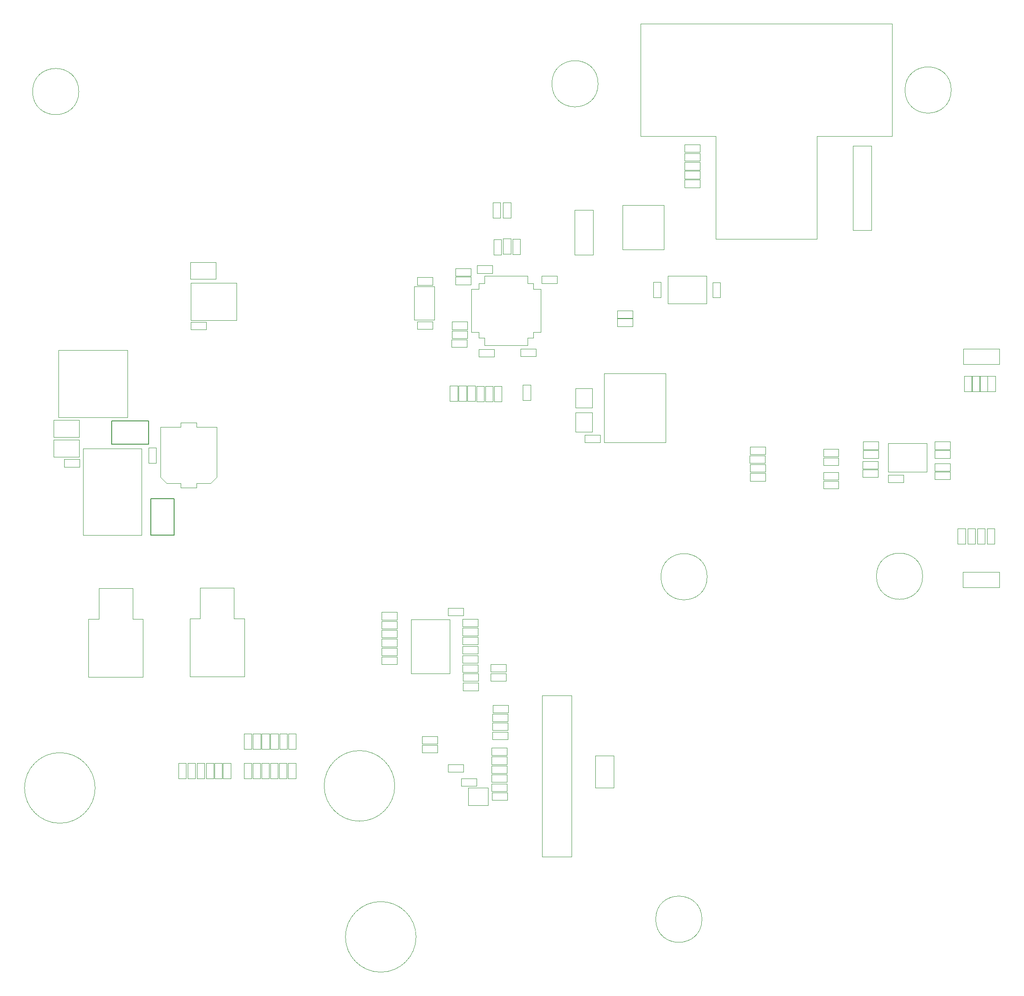
<source format=gbr>
G04 #@! TF.GenerationSoftware,KiCad,Pcbnew,8.0.3*
G04 #@! TF.CreationDate,2024-08-06T18:59:45+01:00*
G04 #@! TF.ProjectId,Tesla Small Drive,5465736c-6120-4536-9d61-6c6c20447269,rev?*
G04 #@! TF.SameCoordinates,Original*
G04 #@! TF.FileFunction,Other,User*
%FSLAX46Y46*%
G04 Gerber Fmt 4.6, Leading zero omitted, Abs format (unit mm)*
G04 Created by KiCad (PCBNEW 8.0.3) date 2024-08-06 18:59:45*
%MOMM*%
%LPD*%
G01*
G04 APERTURE LIST*
%ADD10C,0.050000*%
%ADD11C,0.100000*%
%ADD12C,0.127000*%
G04 APERTURE END LIST*
D10*
G04 #@! TO.C,C50*
X173120000Y-47820000D02*
X176080000Y-47820000D01*
X173120000Y-49280000D02*
X173120000Y-47820000D01*
X176080000Y-47820000D02*
X176080000Y-49280000D01*
X176080000Y-49280000D02*
X173120000Y-49280000D01*
G04 #@! TO.C,U5*
X58282500Y-132460000D02*
X58282500Y-143610000D01*
X58282500Y-143610000D02*
X68837500Y-143610000D01*
X60300000Y-126510000D02*
X60300000Y-132460000D01*
X60300000Y-132460000D02*
X58282500Y-132460000D01*
X66820000Y-126510000D02*
X60300000Y-126510000D01*
X66820000Y-132460000D02*
X66820000Y-126510000D01*
X68837500Y-132460000D02*
X66820000Y-132460000D01*
X68837500Y-143610000D02*
X68837500Y-132460000D01*
G04 #@! TO.C,R55*
X82570000Y-160220000D02*
X84030000Y-160220000D01*
X82570000Y-163180000D02*
X82570000Y-160220000D01*
X84030000Y-160220000D02*
X84030000Y-163180000D01*
X84030000Y-163180000D02*
X82570000Y-163180000D01*
G04 #@! TO.C,C29*
X122600000Y-156750000D02*
X125560000Y-156750000D01*
X122600000Y-158210000D02*
X122600000Y-156750000D01*
X125560000Y-156750000D02*
X125560000Y-158210000D01*
X125560000Y-158210000D02*
X122600000Y-158210000D01*
G04 #@! TO.C,R39*
X226970000Y-85620000D02*
X228430000Y-85620000D01*
X226970000Y-88580000D02*
X226970000Y-85620000D01*
X228430000Y-85620000D02*
X228430000Y-88580000D01*
X228430000Y-88580000D02*
X226970000Y-88580000D01*
G04 #@! TO.C,C16*
X145570000Y-66320000D02*
X148530000Y-66320000D01*
X145570000Y-67780000D02*
X145570000Y-66320000D01*
X148530000Y-66320000D02*
X148530000Y-67780000D01*
X148530000Y-67780000D02*
X145570000Y-67780000D01*
G04 #@! TO.C,R41*
X229970000Y-85620000D02*
X231430000Y-85620000D01*
X229970000Y-88580000D02*
X229970000Y-85620000D01*
X231430000Y-85620000D02*
X231430000Y-88580000D01*
X231430000Y-88580000D02*
X229970000Y-88580000D01*
G04 #@! TO.C,R23*
X136050000Y-165910000D02*
X139010000Y-165910000D01*
X136050000Y-167370000D02*
X136050000Y-165910000D01*
X139010000Y-165910000D02*
X139010000Y-167370000D01*
X139010000Y-167370000D02*
X136050000Y-167370000D01*
G04 #@! TO.C,R44*
X221320000Y-98270000D02*
X224280000Y-98270000D01*
X221320000Y-99730000D02*
X221320000Y-98270000D01*
X224280000Y-98270000D02*
X224280000Y-99730000D01*
X224280000Y-99730000D02*
X221320000Y-99730000D01*
G04 #@! TO.C,R51*
X173120000Y-44420000D02*
X176080000Y-44420000D01*
X173120000Y-45880000D02*
X173120000Y-44420000D01*
X176080000Y-44420000D02*
X176080000Y-45880000D01*
X176080000Y-45880000D02*
X173120000Y-45880000D01*
G04 #@! TO.C,C9*
X121620000Y-66620000D02*
X124580000Y-66620000D01*
X121620000Y-68080000D02*
X121620000Y-66620000D01*
X124580000Y-66620000D02*
X124580000Y-68080000D01*
X124580000Y-68080000D02*
X121620000Y-68080000D01*
G04 #@! TO.C,C42*
X167100000Y-67520000D02*
X168560000Y-67520000D01*
X167100000Y-70480000D02*
X167100000Y-67520000D01*
X168560000Y-67520000D02*
X168560000Y-70480000D01*
X168560000Y-70480000D02*
X167100000Y-70480000D01*
G04 #@! TO.C,C15*
X133520000Y-80470000D02*
X136480000Y-80470000D01*
X133520000Y-81930000D02*
X133520000Y-80470000D01*
X136480000Y-80470000D02*
X136480000Y-81930000D01*
X136480000Y-81930000D02*
X133520000Y-81930000D01*
G04 #@! TO.C,R50*
X225723334Y-115023334D02*
X227183334Y-115023334D01*
X225723334Y-117983334D02*
X225723334Y-115023334D01*
X227183334Y-115023334D02*
X227183334Y-117983334D01*
X227183334Y-117983334D02*
X225723334Y-117983334D01*
G04 #@! TO.C,R56*
X136420000Y-87545000D02*
X137880000Y-87545000D01*
X136420000Y-90505000D02*
X136420000Y-87545000D01*
X137880000Y-87545000D02*
X137880000Y-90505000D01*
X137880000Y-90505000D02*
X136420000Y-90505000D01*
G04 #@! TO.C,C39*
X130370000Y-141220000D02*
X133330000Y-141220000D01*
X130370000Y-142680000D02*
X130370000Y-141220000D01*
X133330000Y-141220000D02*
X133330000Y-142680000D01*
X133330000Y-142680000D02*
X130370000Y-142680000D01*
G04 #@! TO.C,R43*
X221320000Y-104070000D02*
X224280000Y-104070000D01*
X221320000Y-105530000D02*
X221320000Y-104070000D01*
X224280000Y-104070000D02*
X224280000Y-105530000D01*
X224280000Y-105530000D02*
X221320000Y-105530000D01*
G04 #@! TO.C,Q1*
X131430000Y-164950000D02*
X131430000Y-168350000D01*
X131430000Y-168350000D02*
X135270000Y-168350000D01*
X135270000Y-164950000D02*
X131430000Y-164950000D01*
X135270000Y-168350000D02*
X135270000Y-164950000D01*
G04 #@! TO.C,R13*
X88270000Y-160220000D02*
X89730000Y-160220000D01*
X88270000Y-163180000D02*
X88270000Y-160220000D01*
X89730000Y-160220000D02*
X89730000Y-163180000D01*
X89730000Y-163180000D02*
X88270000Y-163180000D01*
G04 #@! TO.C,H1*
X59600000Y-165000000D02*
G75*
G02*
X46000000Y-165000000I-6800000J0D01*
G01*
X46000000Y-165000000D02*
G75*
G02*
X59600000Y-165000000I6800000J0D01*
G01*
G04 #@! TO.C,R22*
X130100000Y-163200000D02*
X133060000Y-163200000D01*
X130100000Y-164660000D02*
X130100000Y-163200000D01*
X133060000Y-163200000D02*
X133060000Y-164660000D01*
X133060000Y-164660000D02*
X130100000Y-164660000D01*
G04 #@! TO.C,C43*
X231470000Y-85620000D02*
X232930000Y-85620000D01*
X231470000Y-88580000D02*
X231470000Y-85620000D01*
X232930000Y-85620000D02*
X232930000Y-88580000D01*
X232930000Y-88580000D02*
X231470000Y-88580000D01*
G04 #@! TO.C,C53*
X173120000Y-42720000D02*
X176080000Y-42720000D01*
X173120000Y-44180000D02*
X173120000Y-42720000D01*
X176080000Y-42720000D02*
X176080000Y-44180000D01*
X176080000Y-44180000D02*
X173120000Y-44180000D01*
G04 #@! TO.C,R37*
X130320000Y-132420000D02*
X133280000Y-132420000D01*
X130320000Y-133880000D02*
X130320000Y-132420000D01*
X133280000Y-132420000D02*
X133280000Y-133880000D01*
X133280000Y-133880000D02*
X130320000Y-133880000D01*
G04 #@! TO.C,C30*
X136100000Y-152450000D02*
X139060000Y-152450000D01*
X136100000Y-153910000D02*
X136100000Y-152450000D01*
X139060000Y-152450000D02*
X139060000Y-153910000D01*
X139060000Y-153910000D02*
X136100000Y-153910000D01*
G04 #@! TO.C,R9*
X93370000Y-160220000D02*
X94830000Y-160220000D01*
X93370000Y-163180000D02*
X93370000Y-160220000D01*
X94830000Y-160220000D02*
X94830000Y-163180000D01*
X94830000Y-163180000D02*
X93370000Y-163180000D01*
G04 #@! TO.C,C28*
X122600000Y-155050000D02*
X125560000Y-155050000D01*
X122600000Y-156510000D02*
X122600000Y-155050000D01*
X125560000Y-155050000D02*
X125560000Y-156510000D01*
X125560000Y-156510000D02*
X122600000Y-156510000D01*
G04 #@! TO.C,C37*
X114755000Y-132850000D02*
X117715000Y-132850000D01*
X114755000Y-134310000D02*
X114755000Y-132850000D01*
X117715000Y-132850000D02*
X117715000Y-134310000D01*
X117715000Y-134310000D02*
X114755000Y-134310000D01*
G04 #@! TO.C,H3*
X121400000Y-193700000D02*
G75*
G02*
X107800000Y-193700000I-6800000J0D01*
G01*
X107800000Y-193700000D02*
G75*
G02*
X121400000Y-193700000I6800000J0D01*
G01*
G04 #@! TO.C,R35*
X130370000Y-139470000D02*
X133330000Y-139470000D01*
X130370000Y-140930000D02*
X130370000Y-139470000D01*
X133330000Y-139470000D02*
X133330000Y-140930000D01*
X133330000Y-140930000D02*
X130370000Y-140930000D01*
G04 #@! TO.C,IC3*
X157572500Y-85150000D02*
X157572500Y-98450000D01*
X157572500Y-98450000D02*
X169502500Y-98450000D01*
X169502500Y-85150000D02*
X157572500Y-85150000D01*
X169502500Y-98450000D02*
X169502500Y-85150000D01*
G04 #@! TO.C,U1*
X57260000Y-99640000D02*
X57260000Y-116290000D01*
X57260000Y-116290000D02*
X68560000Y-116290000D01*
X68560000Y-99640000D02*
X57260000Y-99640000D01*
X68560000Y-116290000D02*
X68560000Y-99640000D01*
G04 #@! TO.C,H8*
X218950000Y-124200000D02*
G75*
G02*
X210050000Y-124200000I-4450000J0D01*
G01*
X210050000Y-124200000D02*
G75*
G02*
X218950000Y-124200000I4450000J0D01*
G01*
G04 #@! TO.C,J3*
X145705000Y-147225000D02*
X151320000Y-147225000D01*
X145705000Y-178240000D02*
X145705000Y-147225000D01*
X151320000Y-147225000D02*
X151320000Y-178240000D01*
X151320000Y-178240000D02*
X145705000Y-178240000D01*
G04 #@! TO.C,IC5*
X212275000Y-98550000D02*
X219725000Y-98550000D01*
X212275000Y-104050000D02*
X212275000Y-98550000D01*
X219725000Y-98550000D02*
X219725000Y-104050000D01*
X219725000Y-104050000D02*
X212275000Y-104050000D01*
G04 #@! TO.C,C10*
X121620000Y-75120000D02*
X124580000Y-75120000D01*
X121620000Y-76580000D02*
X121620000Y-75120000D01*
X124580000Y-75120000D02*
X124580000Y-76580000D01*
X124580000Y-76580000D02*
X121620000Y-76580000D01*
G04 #@! TO.C,R16*
X135795000Y-141170000D02*
X138755000Y-141170000D01*
X135795000Y-142630000D02*
X135795000Y-141170000D01*
X138755000Y-141170000D02*
X138755000Y-142630000D01*
X138755000Y-142630000D02*
X135795000Y-142630000D01*
G04 #@! TO.C,R7*
X139970000Y-59220000D02*
X141430000Y-59220000D01*
X139970000Y-62180000D02*
X139970000Y-59220000D01*
X141430000Y-59220000D02*
X141430000Y-62180000D01*
X141430000Y-62180000D02*
X139970000Y-62180000D01*
G04 #@! TO.C,H2*
X117300000Y-164600000D02*
G75*
G02*
X103700000Y-164600000I-6800000J0D01*
G01*
X103700000Y-164600000D02*
G75*
G02*
X117300000Y-164600000I6800000J0D01*
G01*
D11*
G04 #@! TO.C,IC9*
X226710000Y-123412500D02*
X233690000Y-123412500D01*
X226710000Y-126387500D02*
X226710000Y-123412500D01*
X233690000Y-123412500D02*
X233690000Y-126387500D01*
X233690000Y-126387500D02*
X226710000Y-126387500D01*
D10*
G04 #@! TO.C,R8*
X136170000Y-52220000D02*
X137630000Y-52220000D01*
X136170000Y-55180000D02*
X136170000Y-52220000D01*
X137630000Y-52220000D02*
X137630000Y-55180000D01*
X137630000Y-55180000D02*
X136170000Y-55180000D01*
G04 #@! TO.C,C22*
X129620000Y-87520000D02*
X131080000Y-87520000D01*
X129620000Y-90480000D02*
X129620000Y-87520000D01*
X131080000Y-87520000D02*
X131080000Y-90480000D01*
X131080000Y-90480000D02*
X129620000Y-90480000D01*
G04 #@! TO.C,C49*
X231373334Y-114990000D02*
X232833334Y-114990000D01*
X231373334Y-117950000D02*
X231373334Y-114990000D01*
X232833334Y-114990000D02*
X232833334Y-117950000D01*
X232833334Y-117950000D02*
X231373334Y-117950000D01*
G04 #@! TO.C,R57*
X133020000Y-87545000D02*
X134480000Y-87545000D01*
X133020000Y-90505000D02*
X133020000Y-87545000D01*
X134480000Y-87545000D02*
X134480000Y-90505000D01*
X134480000Y-90505000D02*
X133020000Y-90505000D01*
G04 #@! TO.C,C3*
X51620000Y-94120000D02*
X56520000Y-94120000D01*
X51620000Y-97420000D02*
X51620000Y-94120000D01*
X56520000Y-94120000D02*
X56520000Y-97420000D01*
X56520000Y-97420000D02*
X51620000Y-97420000D01*
G04 #@! TO.C,R32*
X114805000Y-139725000D02*
X117765000Y-139725000D01*
X114805000Y-141185000D02*
X114805000Y-139725000D01*
X117765000Y-139725000D02*
X117765000Y-141185000D01*
X117765000Y-141185000D02*
X114805000Y-141185000D01*
G04 #@! TO.C,H4*
X56450000Y-30800000D02*
G75*
G02*
X47550000Y-30800000I-4450000J0D01*
G01*
X47550000Y-30800000D02*
G75*
G02*
X56450000Y-30800000I4450000J0D01*
G01*
G04 #@! TO.C,R12*
X77435000Y-160215000D02*
X78895000Y-160215000D01*
X77435000Y-163175000D02*
X77435000Y-160215000D01*
X78895000Y-160215000D02*
X78895000Y-163175000D01*
X78895000Y-163175000D02*
X77435000Y-163175000D01*
G04 #@! TO.C,IC10*
X169895000Y-66297500D02*
X169895000Y-71702500D01*
X169895000Y-66297500D02*
X177305000Y-66297500D01*
X169895000Y-71702500D02*
X177305000Y-71702500D01*
X177305000Y-66297500D02*
X177305000Y-71702500D01*
G04 #@! TO.C,C24*
X91690000Y-154515000D02*
X93150000Y-154515000D01*
X91690000Y-157475000D02*
X91690000Y-154515000D01*
X93150000Y-154515000D02*
X93150000Y-157475000D01*
X93150000Y-157475000D02*
X91690000Y-157475000D01*
G04 #@! TO.C,R49*
X227606667Y-114990000D02*
X229066667Y-114990000D01*
X227606667Y-117950000D02*
X227606667Y-114990000D01*
X229066667Y-114990000D02*
X229066667Y-117950000D01*
X229066667Y-117950000D02*
X227606667Y-117950000D01*
G04 #@! TO.C,C4*
X69860000Y-99400000D02*
X71320000Y-99400000D01*
X69860000Y-102360000D02*
X69860000Y-99400000D01*
X71320000Y-99400000D02*
X71320000Y-102360000D01*
X71320000Y-102360000D02*
X69860000Y-102360000D01*
G04 #@! TO.C,R18*
X131320000Y-87520000D02*
X132780000Y-87520000D01*
X131320000Y-90480000D02*
X131320000Y-87520000D01*
X132780000Y-87520000D02*
X132780000Y-90480000D01*
X132780000Y-90480000D02*
X131320000Y-90480000D01*
G04 #@! TO.C,L1*
X52500000Y-80600000D02*
X52500000Y-93600000D01*
X52500000Y-93600000D02*
X65800000Y-93600000D01*
X65800000Y-80600000D02*
X52500000Y-80600000D01*
X65800000Y-93600000D02*
X65800000Y-80600000D01*
G04 #@! TO.C,C40*
X130320000Y-137670000D02*
X133280000Y-137670000D01*
X130320000Y-139130000D02*
X130320000Y-137670000D01*
X133280000Y-137670000D02*
X133280000Y-139130000D01*
X133280000Y-139130000D02*
X130320000Y-139130000D01*
G04 #@! TO.C,C17*
X141520000Y-80370000D02*
X144480000Y-80370000D01*
X141520000Y-81830000D02*
X141520000Y-80370000D01*
X144480000Y-80370000D02*
X144480000Y-81830000D01*
X144480000Y-81830000D02*
X141520000Y-81830000D01*
G04 #@! TO.C,R17*
X96770000Y-160220000D02*
X98230000Y-160220000D01*
X96770000Y-163180000D02*
X96770000Y-160220000D01*
X98230000Y-160220000D02*
X98230000Y-163180000D01*
X98230000Y-163180000D02*
X96770000Y-163180000D01*
G04 #@! TO.C,J1*
X151900000Y-53630000D02*
X151900000Y-62280000D01*
X151900000Y-62280000D02*
X155500000Y-62280000D01*
X155500000Y-53630000D02*
X151900000Y-53630000D01*
X155500000Y-62280000D02*
X155500000Y-53630000D01*
G04 #@! TO.C,C8*
X128970000Y-64870000D02*
X131930000Y-64870000D01*
X128970000Y-66330000D02*
X128970000Y-64870000D01*
X131930000Y-64870000D02*
X131930000Y-66330000D01*
X131930000Y-66330000D02*
X128970000Y-66330000D01*
G04 #@! TO.C,R19*
X89970000Y-160220000D02*
X91430000Y-160220000D01*
X89970000Y-163180000D02*
X89970000Y-160220000D01*
X91430000Y-160220000D02*
X91430000Y-163180000D01*
X91430000Y-163180000D02*
X89970000Y-163180000D01*
G04 #@! TO.C,IC4*
X120440000Y-132555000D02*
X120440000Y-142955000D01*
X120440000Y-132555000D02*
X127860000Y-132555000D01*
X120440000Y-142955000D02*
X127860000Y-142955000D01*
X127860000Y-132555000D02*
X127860000Y-142955000D01*
G04 #@! TO.C,R31*
X136130000Y-150710000D02*
X139090000Y-150710000D01*
X136130000Y-152170000D02*
X136130000Y-150710000D01*
X139090000Y-150710000D02*
X139090000Y-152170000D01*
X139090000Y-152170000D02*
X136130000Y-152170000D01*
G04 #@! TO.C,R15*
X130420000Y-144770000D02*
X133380000Y-144770000D01*
X130420000Y-146230000D02*
X130420000Y-144770000D01*
X133380000Y-144770000D02*
X133380000Y-146230000D01*
X133380000Y-146230000D02*
X130420000Y-146230000D01*
G04 #@! TO.C,R20*
X95063750Y-160226250D02*
X96523750Y-160226250D01*
X95063750Y-163186250D02*
X95063750Y-160226250D01*
X96523750Y-160226250D02*
X96523750Y-163186250D01*
X96523750Y-163186250D02*
X95063750Y-163186250D01*
G04 #@! TO.C,R24*
X185720000Y-104370000D02*
X188680000Y-104370000D01*
X185720000Y-105830000D02*
X185720000Y-104370000D01*
X188680000Y-104370000D02*
X188680000Y-105830000D01*
X188680000Y-105830000D02*
X185720000Y-105830000D01*
G04 #@! TO.C,C12*
X128970000Y-66520000D02*
X131930000Y-66520000D01*
X128970000Y-67980000D02*
X128970000Y-66520000D01*
X131930000Y-66520000D02*
X131930000Y-67980000D01*
X131930000Y-67980000D02*
X128970000Y-67980000D01*
G04 #@! TO.C,C19*
X88290000Y-154540000D02*
X89750000Y-154540000D01*
X88290000Y-157500000D02*
X88290000Y-154540000D01*
X89750000Y-154540000D02*
X89750000Y-157500000D01*
X89750000Y-157500000D02*
X88290000Y-157500000D01*
G04 #@! TO.C,R28*
X135970000Y-157230000D02*
X138930000Y-157230000D01*
X135970000Y-158690000D02*
X135970000Y-157230000D01*
X138930000Y-157230000D02*
X138930000Y-158690000D01*
X138930000Y-158690000D02*
X135970000Y-158690000D01*
G04 #@! TO.C,C26*
X199820000Y-99670000D02*
X202780000Y-99670000D01*
X199820000Y-101130000D02*
X199820000Y-99670000D01*
X202780000Y-99670000D02*
X202780000Y-101130000D01*
X202780000Y-101130000D02*
X199820000Y-101130000D01*
G04 #@! TO.C,C20*
X130420000Y-142970000D02*
X133380000Y-142970000D01*
X130420000Y-144430000D02*
X130420000Y-142970000D01*
X133380000Y-142970000D02*
X133380000Y-144430000D01*
X133380000Y-144430000D02*
X130420000Y-144430000D01*
G04 #@! TO.C,J8*
X161150000Y-52715000D02*
X169150000Y-52715000D01*
X161150000Y-61215000D02*
X161150000Y-52715000D01*
X169150000Y-52715000D02*
X169150000Y-61215000D01*
X169150000Y-61215000D02*
X161150000Y-61215000D01*
G04 #@! TO.C,C18*
X79185000Y-160240000D02*
X80645000Y-160240000D01*
X79185000Y-163200000D02*
X79185000Y-160240000D01*
X80645000Y-160240000D02*
X80645000Y-163200000D01*
X80645000Y-163200000D02*
X79185000Y-163200000D01*
G04 #@! TO.C,R38*
X178525000Y-67555000D02*
X179985000Y-67555000D01*
X178525000Y-70515000D02*
X178525000Y-67555000D01*
X179985000Y-67555000D02*
X179985000Y-70515000D01*
X179985000Y-70515000D02*
X178525000Y-70515000D01*
G04 #@! TO.C,Y1*
X121000000Y-68325000D02*
X124900000Y-68325000D01*
X121000000Y-74775000D02*
X121000000Y-68325000D01*
X124900000Y-68325000D02*
X124900000Y-74775000D01*
X124900000Y-74775000D02*
X121000000Y-74775000D01*
G04 #@! TO.C,R30*
X135920000Y-160690000D02*
X138880000Y-160690000D01*
X135920000Y-162150000D02*
X135920000Y-160690000D01*
X138880000Y-160690000D02*
X138880000Y-162150000D01*
X138880000Y-162150000D02*
X135920000Y-162150000D01*
G04 #@! TO.C,R2*
X128220000Y-78570000D02*
X131180000Y-78570000D01*
X128220000Y-80030000D02*
X128220000Y-78570000D01*
X131180000Y-78570000D02*
X131180000Y-80030000D01*
X131180000Y-80030000D02*
X128220000Y-80030000D01*
G04 #@! TO.C,C31*
X135930000Y-158990000D02*
X138890000Y-158990000D01*
X135930000Y-160450000D02*
X135930000Y-158990000D01*
X138890000Y-158990000D02*
X138890000Y-160450000D01*
X138890000Y-160450000D02*
X135930000Y-160450000D01*
G04 #@! TO.C,R4*
X141970000Y-87320000D02*
X143430000Y-87320000D01*
X141970000Y-90280000D02*
X141970000Y-87320000D01*
X143430000Y-87320000D02*
X143430000Y-90280000D01*
X143430000Y-90280000D02*
X141970000Y-90280000D01*
G04 #@! TO.C,J9*
X155900000Y-158825000D02*
X155900000Y-164975000D01*
X155900000Y-164975000D02*
X159500000Y-164975000D01*
X159500000Y-158825000D02*
X155900000Y-158825000D01*
X159500000Y-164975000D02*
X159500000Y-158825000D01*
G04 #@! TO.C,R52*
X135930000Y-162410000D02*
X138890000Y-162410000D01*
X135930000Y-163870000D02*
X135930000Y-162410000D01*
X138890000Y-162410000D02*
X138890000Y-163870000D01*
X138890000Y-163870000D02*
X135930000Y-163870000D01*
G04 #@! TO.C,C27*
X185670000Y-100970000D02*
X188630000Y-100970000D01*
X185670000Y-102430000D02*
X185670000Y-100970000D01*
X188630000Y-100970000D02*
X188630000Y-102430000D01*
X188630000Y-102430000D02*
X185670000Y-102430000D01*
D12*
G04 #@! TO.C,D2*
X62793250Y-94250000D02*
X69893250Y-94250000D01*
X62793250Y-98750000D02*
X62793250Y-94250000D01*
X69893250Y-94250000D02*
X69893250Y-98750000D01*
X69893250Y-98750000D02*
X62793250Y-98750000D01*
D10*
G04 #@! TO.C,U4*
X164600000Y-17750000D02*
X164600000Y-39440000D01*
X164600000Y-17750000D02*
X213100000Y-17750000D01*
X164600000Y-39440000D02*
X179100000Y-39440000D01*
X179100000Y-59240000D02*
X179100000Y-39440000D01*
X179100000Y-59240000D02*
X198600000Y-59240000D01*
X198600000Y-39440000D02*
X198600000Y-59240000D01*
X198600000Y-39440000D02*
X213100000Y-39440000D01*
X213100000Y-17750000D02*
X213100000Y-39440000D01*
G04 #@! TO.C,R5*
X160120000Y-74570000D02*
X163080000Y-74570000D01*
X160120000Y-76030000D02*
X160120000Y-74570000D01*
X163080000Y-74570000D02*
X163080000Y-76030000D01*
X163080000Y-76030000D02*
X160120000Y-76030000D01*
G04 #@! TO.C,U6*
X77822500Y-132370000D02*
X77822500Y-143520000D01*
X77822500Y-143520000D02*
X88377500Y-143520000D01*
X79840000Y-126420000D02*
X79840000Y-132370000D01*
X79840000Y-132370000D02*
X77822500Y-132370000D01*
X86360000Y-126420000D02*
X79840000Y-126420000D01*
X86360000Y-132370000D02*
X86360000Y-126420000D01*
X88377500Y-132370000D02*
X86360000Y-132370000D01*
X88377500Y-143520000D02*
X88377500Y-132370000D01*
G04 #@! TO.C,D4*
X138170000Y-52220000D02*
X139630000Y-52220000D01*
X138170000Y-55180000D02*
X138170000Y-52220000D01*
X139630000Y-52220000D02*
X139630000Y-55180000D01*
X139630000Y-55180000D02*
X138170000Y-55180000D01*
D11*
G04 #@! TO.C,IC8*
X226745000Y-80375000D02*
X233725000Y-80375000D01*
X226745000Y-83350000D02*
X226745000Y-80375000D01*
X233725000Y-80375000D02*
X233725000Y-83350000D01*
X233725000Y-83350000D02*
X226745000Y-83350000D01*
D10*
G04 #@! TO.C,R36*
X130320000Y-135920000D02*
X133280000Y-135920000D01*
X130320000Y-137380000D02*
X130320000Y-135920000D01*
X133280000Y-135920000D02*
X133280000Y-137380000D01*
X133280000Y-137380000D02*
X130320000Y-137380000D01*
G04 #@! TO.C,R25*
X199820000Y-101370000D02*
X202780000Y-101370000D01*
X199820000Y-102830000D02*
X199820000Y-101370000D01*
X202780000Y-101370000D02*
X202780000Y-102830000D01*
X202780000Y-102830000D02*
X199820000Y-102830000D01*
G04 #@! TO.C,H9*
X177450000Y-124300000D02*
G75*
G02*
X168550000Y-124300000I-4450000J0D01*
G01*
X168550000Y-124300000D02*
G75*
G02*
X177450000Y-124300000I4450000J0D01*
G01*
G04 #@! TO.C,R33*
X114780000Y-134575000D02*
X117740000Y-134575000D01*
X114780000Y-136035000D02*
X114780000Y-134575000D01*
X117740000Y-134575000D02*
X117740000Y-136035000D01*
X117740000Y-136035000D02*
X114780000Y-136035000D01*
G04 #@! TO.C,C48*
X207420000Y-103670000D02*
X210380000Y-103670000D01*
X207420000Y-105130000D02*
X207420000Y-103670000D01*
X210380000Y-103670000D02*
X210380000Y-105130000D01*
X210380000Y-105130000D02*
X207420000Y-105130000D01*
G04 #@! TO.C,C7*
X78020000Y-75220000D02*
X80980000Y-75220000D01*
X78020000Y-76680000D02*
X78020000Y-75220000D01*
X80980000Y-75220000D02*
X80980000Y-76680000D01*
X80980000Y-76680000D02*
X78020000Y-76680000D01*
G04 #@! TO.C,C52*
X134720000Y-87545000D02*
X136180000Y-87545000D01*
X134720000Y-90505000D02*
X134720000Y-87545000D01*
X136180000Y-87545000D02*
X136180000Y-90505000D01*
X136180000Y-90505000D02*
X134720000Y-90505000D01*
G04 #@! TO.C,H5*
X156450000Y-29300000D02*
G75*
G02*
X147550000Y-29300000I-4450000J0D01*
G01*
X147550000Y-29300000D02*
G75*
G02*
X156450000Y-29300000I4450000J0D01*
G01*
G04 #@! TO.C,C51*
X84245000Y-160220000D02*
X85705000Y-160220000D01*
X84245000Y-163180000D02*
X84245000Y-160220000D01*
X85705000Y-160220000D02*
X85705000Y-163180000D01*
X85705000Y-163180000D02*
X84245000Y-163180000D01*
G04 #@! TO.C,U2*
X78000000Y-67700000D02*
X78000000Y-74900000D01*
X78000000Y-74900000D02*
X86800000Y-74900000D01*
X86800000Y-67700000D02*
X78000000Y-67700000D01*
X86800000Y-74900000D02*
X86800000Y-67700000D01*
G04 #@! TO.C,C36*
X114805000Y-136300000D02*
X117765000Y-136300000D01*
X114805000Y-137760000D02*
X114805000Y-136300000D01*
X117765000Y-136300000D02*
X117765000Y-137760000D01*
X117765000Y-137760000D02*
X114805000Y-137760000D01*
G04 #@! TO.C,R42*
X221320000Y-99970000D02*
X224280000Y-99970000D01*
X221320000Y-101430000D02*
X221320000Y-99970000D01*
X224280000Y-99970000D02*
X224280000Y-101430000D01*
X224280000Y-101430000D02*
X221320000Y-101430000D01*
G04 #@! TO.C,R11*
X75635000Y-160215000D02*
X77095000Y-160215000D01*
X75635000Y-163175000D02*
X75635000Y-160215000D01*
X77095000Y-160215000D02*
X77095000Y-163175000D01*
X77095000Y-163175000D02*
X75635000Y-163175000D01*
G04 #@! TO.C,R53*
X152090000Y-92685000D02*
X152090000Y-96415000D01*
X152090000Y-96415000D02*
X155310000Y-96415000D01*
X155310000Y-92685000D02*
X152090000Y-92685000D01*
X155310000Y-96415000D02*
X155310000Y-92685000D01*
G04 #@! TO.C,C11*
X93390000Y-154540000D02*
X94850000Y-154540000D01*
X93390000Y-157500000D02*
X93390000Y-154540000D01*
X94850000Y-154540000D02*
X94850000Y-157500000D01*
X94850000Y-157500000D02*
X93390000Y-157500000D01*
G04 #@! TO.C,C23*
X96790000Y-154540000D02*
X98250000Y-154540000D01*
X96790000Y-157500000D02*
X96790000Y-154540000D01*
X98250000Y-154540000D02*
X98250000Y-157500000D01*
X98250000Y-157500000D02*
X96790000Y-157500000D01*
G04 #@! TO.C,R3*
X127920000Y-87520000D02*
X129380000Y-87520000D01*
X127920000Y-90480000D02*
X127920000Y-87520000D01*
X129380000Y-87520000D02*
X129380000Y-90480000D01*
X129380000Y-90480000D02*
X127920000Y-90480000D01*
G04 #@! TO.C,C14*
X133120000Y-64320000D02*
X136080000Y-64320000D01*
X133120000Y-65780000D02*
X133120000Y-64320000D01*
X136080000Y-64320000D02*
X136080000Y-65780000D01*
X136080000Y-65780000D02*
X133120000Y-65780000D01*
G04 #@! TO.C,R48*
X229490000Y-114990000D02*
X230950000Y-114990000D01*
X229490000Y-117950000D02*
X229490000Y-114990000D01*
X230950000Y-114990000D02*
X230950000Y-117950000D01*
X230950000Y-117950000D02*
X229490000Y-117950000D01*
G04 #@! TO.C,R10*
X95090000Y-154540000D02*
X96550000Y-154540000D01*
X95090000Y-157500000D02*
X95090000Y-154540000D01*
X96550000Y-154540000D02*
X96550000Y-157500000D01*
X96550000Y-157500000D02*
X95090000Y-157500000D01*
G04 #@! TO.C,H6*
X176450000Y-190300000D02*
G75*
G02*
X167550000Y-190300000I-4450000J0D01*
G01*
X167550000Y-190300000D02*
G75*
G02*
X176450000Y-190300000I4450000J0D01*
G01*
G04 #@! TO.C,R21*
X91670000Y-160220000D02*
X93130000Y-160220000D01*
X91670000Y-163180000D02*
X91670000Y-160220000D01*
X93130000Y-160220000D02*
X93130000Y-163180000D01*
X93130000Y-163180000D02*
X91670000Y-163180000D01*
G04 #@! TO.C,R54*
X80970000Y-160220000D02*
X82430000Y-160220000D01*
X80970000Y-163180000D02*
X80970000Y-160220000D01*
X82430000Y-160220000D02*
X82430000Y-163180000D01*
X82430000Y-163180000D02*
X80970000Y-163180000D01*
G04 #@! TO.C,R34*
X114780000Y-131125000D02*
X117740000Y-131125000D01*
X114780000Y-132585000D02*
X114780000Y-131125000D01*
X117740000Y-131125000D02*
X117740000Y-132585000D01*
X117740000Y-132585000D02*
X114780000Y-132585000D01*
G04 #@! TO.C,C5*
X53620000Y-101670000D02*
X56580000Y-101670000D01*
X53620000Y-103130000D02*
X53620000Y-101670000D01*
X56580000Y-101670000D02*
X56580000Y-103130000D01*
X56580000Y-103130000D02*
X53620000Y-103130000D01*
G04 #@! TO.C,C41*
X130320000Y-134170000D02*
X133280000Y-134170000D01*
X130320000Y-135630000D02*
X130320000Y-134170000D01*
X133280000Y-134170000D02*
X133280000Y-135630000D01*
X133280000Y-135630000D02*
X130320000Y-135630000D01*
G04 #@! TO.C,R40*
X228470000Y-85620000D02*
X229930000Y-85620000D01*
X228470000Y-88580000D02*
X228470000Y-85620000D01*
X229930000Y-85620000D02*
X229930000Y-88580000D01*
X229930000Y-88580000D02*
X228470000Y-88580000D01*
G04 #@! TO.C,C33*
X127545000Y-160435000D02*
X130505000Y-160435000D01*
X127545000Y-161895000D02*
X127545000Y-160435000D01*
X130505000Y-160435000D02*
X130505000Y-161895000D01*
X130505000Y-161895000D02*
X127545000Y-161895000D01*
G04 #@! TO.C,R27*
X136090000Y-154200000D02*
X139050000Y-154200000D01*
X136090000Y-155660000D02*
X136090000Y-154200000D01*
X139050000Y-154200000D02*
X139050000Y-155660000D01*
X139050000Y-155660000D02*
X136090000Y-155660000D01*
G04 #@! TO.C,J2*
X205500000Y-41250000D02*
X205500000Y-57550000D01*
X205500000Y-57550000D02*
X209100000Y-57550000D01*
X209100000Y-41250000D02*
X205500000Y-41250000D01*
X209100000Y-57550000D02*
X209100000Y-41250000D01*
G04 #@! TO.C,C32*
X136160000Y-149020000D02*
X139120000Y-149020000D01*
X136160000Y-150480000D02*
X136160000Y-149020000D01*
X139120000Y-149020000D02*
X139120000Y-150480000D01*
X139120000Y-150480000D02*
X136160000Y-150480000D01*
G04 #@! TO.C,C1*
X72190000Y-95490000D02*
X76090000Y-95490000D01*
X72190000Y-105140000D02*
X72190000Y-95490000D01*
X73340000Y-106290000D02*
X72190000Y-105140000D01*
X73340000Y-106290000D02*
X76090000Y-106290000D01*
X76090000Y-94640000D02*
X79090000Y-94640000D01*
X76090000Y-95490000D02*
X76090000Y-94640000D01*
X76090000Y-106290000D02*
X76090000Y-107140000D01*
X76090000Y-107140000D02*
X79090000Y-107140000D01*
X79090000Y-94640000D02*
X79090000Y-95490000D01*
X79090000Y-95490000D02*
X82990000Y-95490000D01*
X79090000Y-106290000D02*
X81840000Y-106290000D01*
X79090000Y-107140000D02*
X79090000Y-106290000D01*
X81840000Y-106290000D02*
X82990000Y-105140000D01*
X82990000Y-105140000D02*
X82990000Y-95490000D01*
G04 #@! TO.C,C38*
X127570000Y-130320000D02*
X130530000Y-130320000D01*
X127570000Y-131780000D02*
X127570000Y-130320000D01*
X130530000Y-130320000D02*
X130530000Y-131780000D01*
X130530000Y-131780000D02*
X127570000Y-131780000D01*
G04 #@! TO.C,R47*
X207445000Y-98270000D02*
X210405000Y-98270000D01*
X207445000Y-99730000D02*
X207445000Y-98270000D01*
X210405000Y-98270000D02*
X210405000Y-99730000D01*
X210405000Y-99730000D02*
X207445000Y-99730000D01*
G04 #@! TO.C,R6*
X160120000Y-73020000D02*
X163080000Y-73020000D01*
X160120000Y-74480000D02*
X160120000Y-73020000D01*
X163080000Y-73020000D02*
X163080000Y-74480000D01*
X163080000Y-74480000D02*
X160120000Y-74480000D01*
G04 #@! TO.C,U3*
X132058389Y-68844534D02*
X132058389Y-72994534D01*
X132058389Y-77144534D02*
X132058389Y-72994534D01*
X133508389Y-67744534D02*
X133508389Y-68844534D01*
X133508389Y-68844534D02*
X132058389Y-68844534D01*
X133508389Y-77144534D02*
X132058389Y-77144534D01*
X133508389Y-78244534D02*
X133508389Y-77144534D01*
X134608389Y-66294534D02*
X134608389Y-67744534D01*
X134608389Y-67744534D02*
X133508389Y-67744534D01*
X134608389Y-78244534D02*
X133508389Y-78244534D01*
X134608389Y-79694534D02*
X134608389Y-78244534D01*
X138758389Y-66294534D02*
X134608389Y-66294534D01*
X138758389Y-66294534D02*
X142908389Y-66294534D01*
X138758389Y-79694534D02*
X134608389Y-79694534D01*
X138758389Y-79694534D02*
X142908389Y-79694534D01*
X142908389Y-66294534D02*
X142908389Y-67744534D01*
X142908389Y-67744534D02*
X144008389Y-67744534D01*
X142908389Y-78244534D02*
X144008389Y-78244534D01*
X142908389Y-79694534D02*
X142908389Y-78244534D01*
X144008389Y-67744534D02*
X144008389Y-68844534D01*
X144008389Y-68844534D02*
X145458389Y-68844534D01*
X144008389Y-77144534D02*
X145458389Y-77144534D01*
X144008389Y-78244534D02*
X144008389Y-77144534D01*
X145458389Y-68844534D02*
X145458389Y-72994534D01*
X145458389Y-77144534D02*
X145458389Y-72994534D01*
G04 #@! TO.C,R14*
X89990000Y-154540000D02*
X91450000Y-154540000D01*
X89990000Y-157500000D02*
X89990000Y-154540000D01*
X91450000Y-154540000D02*
X91450000Y-157500000D01*
X91450000Y-157500000D02*
X89990000Y-157500000D01*
G04 #@! TO.C,C45*
X199820000Y-104170000D02*
X202780000Y-104170000D01*
X199820000Y-105630000D02*
X199820000Y-104170000D01*
X202780000Y-104170000D02*
X202780000Y-105630000D01*
X202780000Y-105630000D02*
X199820000Y-105630000D01*
G04 #@! TO.C,D3*
X138170000Y-59120000D02*
X139630000Y-59120000D01*
X138170000Y-62080000D02*
X138170000Y-59120000D01*
X139630000Y-59120000D02*
X139630000Y-62080000D01*
X139630000Y-62080000D02*
X138170000Y-62080000D01*
G04 #@! TO.C,C47*
X207445000Y-99970000D02*
X210405000Y-99970000D01*
X207445000Y-101430000D02*
X207445000Y-99970000D01*
X210405000Y-99970000D02*
X210405000Y-101430000D01*
X210405000Y-101430000D02*
X207445000Y-101430000D01*
G04 #@! TO.C,C25*
X185720000Y-102670000D02*
X188680000Y-102670000D01*
X185720000Y-104130000D02*
X185720000Y-102670000D01*
X188680000Y-102670000D02*
X188680000Y-104130000D01*
X188680000Y-104130000D02*
X185720000Y-104130000D01*
G04 #@! TO.C,C21*
X135795000Y-142970000D02*
X138755000Y-142970000D01*
X135795000Y-144430000D02*
X135795000Y-142970000D01*
X138755000Y-142970000D02*
X138755000Y-144430000D01*
X138755000Y-144430000D02*
X135795000Y-144430000D01*
G04 #@! TO.C,R46*
X207420000Y-102070000D02*
X210380000Y-102070000D01*
X207420000Y-103530000D02*
X207420000Y-102070000D01*
X210380000Y-102070000D02*
X210380000Y-103530000D01*
X210380000Y-103530000D02*
X207420000Y-103530000D01*
G04 #@! TO.C,C34*
X153920000Y-96970000D02*
X156880000Y-96970000D01*
X153920000Y-98430000D02*
X153920000Y-96970000D01*
X156880000Y-96970000D02*
X156880000Y-98430000D01*
X156880000Y-98430000D02*
X153920000Y-98430000D01*
G04 #@! TO.C,R1*
X136370000Y-59320000D02*
X137830000Y-59320000D01*
X136370000Y-62280000D02*
X136370000Y-59320000D01*
X137830000Y-59320000D02*
X137830000Y-62280000D01*
X137830000Y-62280000D02*
X136370000Y-62280000D01*
G04 #@! TO.C,C44*
X221320000Y-102470000D02*
X224280000Y-102470000D01*
X221320000Y-103930000D02*
X221320000Y-102470000D01*
X224280000Y-102470000D02*
X224280000Y-103930000D01*
X224280000Y-103930000D02*
X221320000Y-103930000D01*
G04 #@! TO.C,C6*
X77940000Y-63660000D02*
X82840000Y-63660000D01*
X77940000Y-66960000D02*
X77940000Y-63660000D01*
X82840000Y-63660000D02*
X82840000Y-66960000D01*
X82840000Y-66960000D02*
X77940000Y-66960000D01*
G04 #@! TO.C,C2*
X51637500Y-97880000D02*
X56537500Y-97880000D01*
X51637500Y-101180000D02*
X51637500Y-97880000D01*
X56537500Y-97880000D02*
X56537500Y-101180000D01*
X56537500Y-101180000D02*
X51637500Y-101180000D01*
G04 #@! TO.C,R58*
X152090000Y-87985000D02*
X152090000Y-91715000D01*
X152090000Y-91715000D02*
X155310000Y-91715000D01*
X155310000Y-87985000D02*
X152090000Y-87985000D01*
X155310000Y-91715000D02*
X155310000Y-87985000D01*
G04 #@! TO.C,C35*
X114805000Y-138025000D02*
X117765000Y-138025000D01*
X114805000Y-139485000D02*
X114805000Y-138025000D01*
X117765000Y-138025000D02*
X117765000Y-139485000D01*
X117765000Y-139485000D02*
X114805000Y-139485000D01*
G04 #@! TO.C,R29*
X135950000Y-164180000D02*
X138910000Y-164180000D01*
X135950000Y-165640000D02*
X135950000Y-164180000D01*
X138910000Y-164180000D02*
X138910000Y-165640000D01*
X138910000Y-165640000D02*
X135950000Y-165640000D01*
G04 #@! TO.C,C54*
X173120000Y-46120000D02*
X176080000Y-46120000D01*
X173120000Y-47580000D02*
X173120000Y-46120000D01*
X176080000Y-46120000D02*
X176080000Y-47580000D01*
X176080000Y-47580000D02*
X173120000Y-47580000D01*
G04 #@! TO.C,L3*
X173120000Y-41020000D02*
X176080000Y-41020000D01*
X173120000Y-42480000D02*
X173120000Y-41020000D01*
X176080000Y-41020000D02*
X176080000Y-42480000D01*
X176080000Y-42480000D02*
X173120000Y-42480000D01*
G04 #@! TO.C,H7*
X224450000Y-30500000D02*
G75*
G02*
X215550000Y-30500000I-4450000J0D01*
G01*
X215550000Y-30500000D02*
G75*
G02*
X224450000Y-30500000I4450000J0D01*
G01*
D12*
G04 #@! TO.C,D1*
X70280000Y-109213250D02*
X74780000Y-109213250D01*
X70280000Y-116313250D02*
X70280000Y-109213250D01*
X74780000Y-109213250D02*
X74780000Y-116313250D01*
X74780000Y-116313250D02*
X70280000Y-116313250D01*
D10*
G04 #@! TO.C,L2*
X128320000Y-76870000D02*
X131280000Y-76870000D01*
X128320000Y-78330000D02*
X128320000Y-76870000D01*
X131280000Y-76870000D02*
X131280000Y-78330000D01*
X131280000Y-78330000D02*
X128320000Y-78330000D01*
G04 #@! TO.C,R26*
X185720000Y-99270000D02*
X188680000Y-99270000D01*
X185720000Y-100730000D02*
X185720000Y-99270000D01*
X188680000Y-99270000D02*
X188680000Y-100730000D01*
X188680000Y-100730000D02*
X185720000Y-100730000D01*
G04 #@! TO.C,C13*
X128320000Y-75170000D02*
X131280000Y-75170000D01*
X128320000Y-76630000D02*
X128320000Y-75170000D01*
X131280000Y-75170000D02*
X131280000Y-76630000D01*
X131280000Y-76630000D02*
X128320000Y-76630000D01*
G04 #@! TO.C,R45*
X199820000Y-105870000D02*
X202780000Y-105870000D01*
X199820000Y-107330000D02*
X199820000Y-105870000D01*
X202780000Y-105870000D02*
X202780000Y-107330000D01*
X202780000Y-107330000D02*
X199820000Y-107330000D01*
G04 #@! TO.C,C46*
X212320000Y-104670000D02*
X215280000Y-104670000D01*
X212320000Y-106130000D02*
X212320000Y-104670000D01*
X215280000Y-104670000D02*
X215280000Y-106130000D01*
X215280000Y-106130000D02*
X212320000Y-106130000D01*
G04 #@! TD*
M02*

</source>
